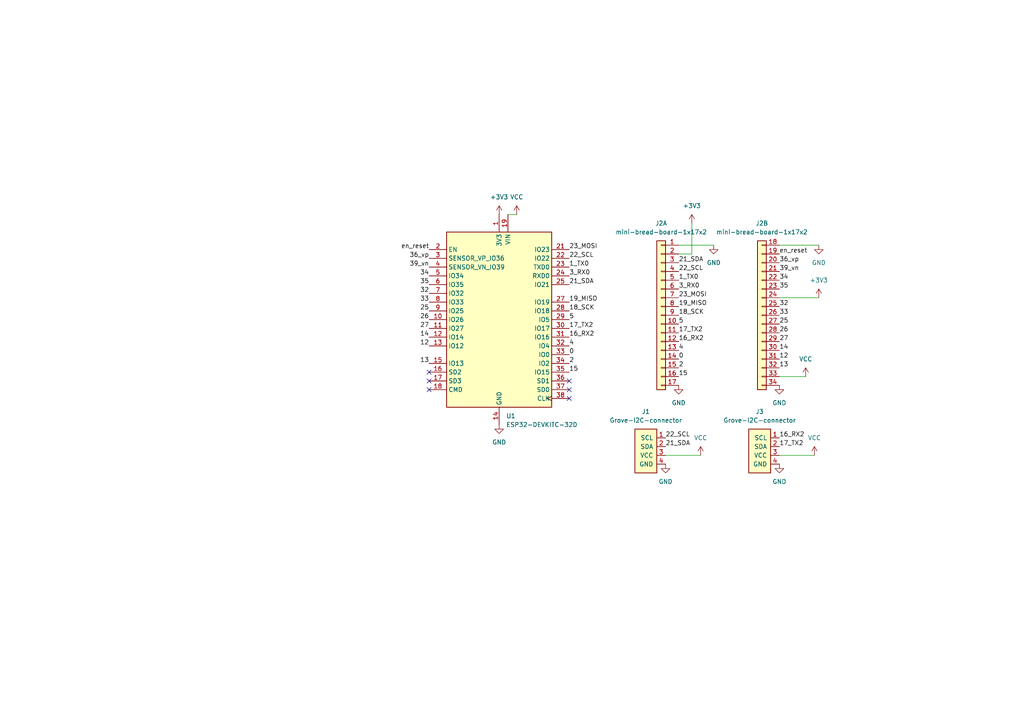
<source format=kicad_sch>
(kicad_sch (version 20211123) (generator eeschema)
  (paper "A4")
  (lib_symbols
    (symbol "asukiaaa-kicad-symbols:ESP32-DEVKITC-32D"
      (property "Reference" "U" (at 12.7 26.67 0))
      (property "Value" "ESP32-DEVKITC-32D" (at 5.08 -27.94 0))
      (symbol "ESP32-DEVKITC-32D_0_0"
        (rectangle (start -15.24 25.4) (end 15.24 -25.4) (stroke (width 0.254)) (fill (type background)))
        (pin power_in line (at 0 30.48 270) (length 5.08) (name "3V3") (number "1"))
        (pin bidirectional line (at -20.32 0 0) (length 5.08) (name "IO26") (number "10"))
        (pin bidirectional line (at -20.32 -2.54 0) (length 5.08) (name "IO27") (number "11"))
        (pin bidirectional line (at -20.32 -5.08 0) (length 5.08) (name "IO14") (number "12"))
        (pin bidirectional line (at -20.32 -7.62 0) (length 5.08) (name "IO12") (number "13"))
        (pin power_in line (at 0 -30.48 90) (length 5.08) (name "GND") (number "14"))
        (pin bidirectional line (at -20.32 -12.7 0) (length 5.08) (name "IO13") (number "15"))
        (pin bidirectional line (at -20.32 -15.24 0) (length 5.08) (name "SD2") (number "16"))
        (pin bidirectional line (at -20.32 -17.78 0) (length 5.08) (name "SD3") (number "17"))
        (pin bidirectional line (at -20.32 -20.32 0) (length 5.08) (name "CMD") (number "18"))
        (pin power_in line (at 2.54 30.48 270) (length 5.08) (name "VIN") (number "19"))
        (pin input line (at -20.32 20.32 0) (length 5.08) (name "EN") (number "2"))
        (pin passive line (at 0 -30.48 90) (length 5.08) hide (name "GND") (number "20"))
        (pin bidirectional line (at 20.32 20.32 180) (length 5.08) (name "IO23") (number "21"))
        (pin bidirectional line (at 20.32 17.78 180) (length 5.08) (name "IO22") (number "22"))
        (pin output line (at 20.32 15.24 180) (length 5.08) (name "TXD0") (number "23"))
        (pin input line (at 20.32 12.7 180) (length 5.08) (name "RXD0") (number "24"))
        (pin bidirectional line (at 20.32 10.16 180) (length 5.08) (name "IO21") (number "25"))
        (pin passive line (at 0 -30.48 90) (length 5.08) hide (name "GND") (number "26"))
        (pin bidirectional line (at 20.32 5.08 180) (length 5.08) (name "IO19") (number "27"))
        (pin bidirectional line (at 20.32 2.54 180) (length 5.08) (name "IO18") (number "28"))
        (pin bidirectional line (at 20.32 0 180) (length 5.08) (name "IO5") (number "29"))
        (pin input line (at -20.32 17.78 0) (length 5.08) (name "SENSOR_VP_IO36") (number "3"))
        (pin bidirectional line (at 20.32 -2.54 180) (length 5.08) (name "IO17") (number "30"))
        (pin bidirectional line (at 20.32 -5.08 180) (length 5.08) (name "IO16") (number "31"))
        (pin bidirectional line (at 20.32 -7.62 180) (length 5.08) (name "IO4") (number "32"))
        (pin bidirectional line (at 20.32 -10.16 180) (length 5.08) (name "IO0") (number "33"))
        (pin bidirectional line (at 20.32 -12.7 180) (length 5.08) (name "IO2") (number "34"))
        (pin bidirectional line (at 20.32 -15.24 180) (length 5.08) (name "IO15") (number "35"))
        (pin bidirectional line (at 20.32 -17.78 180) (length 5.08) (name "SD1") (number "36"))
        (pin bidirectional line (at 20.32 -20.32 180) (length 5.08) (name "SD0") (number "37"))
        (pin input clock (at 20.32 -22.86 180) (length 5.08) (name "CLK") (number "38"))
        (pin input line (at -20.32 15.24 0) (length 5.08) (name "SENSOR_VN_IO39") (number "4"))
        (pin bidirectional line (at -20.32 12.7 0) (length 5.08) (name "IO34") (number "5"))
        (pin bidirectional line (at -20.32 10.16 0) (length 5.08) (name "IO35") (number "6"))
        (pin bidirectional line (at -20.32 7.62 0) (length 5.08) (name "IO32") (number "7"))
        (pin bidirectional line (at -20.32 5.08 0) (length 5.08) (name "IO33") (number "8"))
        (pin bidirectional line (at -20.32 2.54 0) (length 5.08) (name "IO25") (number "9"))
      )
    )
    (symbol "asukiaaa-kicad-symbols:Grove-I2C-connector" (pin_names (offset 1.016))
      (property "Reference" "J" (at 1.27 -7.62 0))
      (property "Value" "Grove-I2C-connector" (at 1.27 7.62 0))
      (symbol "Grove-I2C-connector_0_1"
        (rectangle (start -2.54 6.35) (end 3.81 -6.35) (stroke (width 0.254)) (fill (type background)))
      )
      (symbol "Grove-I2C-connector_1_1"
        (pin input line (at 6.35 3.81 180) (length 2.54) (name "SCL") (number "1"))
        (pin input line (at 6.35 1.27 180) (length 2.54) (name "SDA") (number "2"))
        (pin power_in line (at 6.35 -1.27 180) (length 2.54) (name "VCC") (number "3"))
        (pin power_in line (at 6.35 -3.81 180) (length 2.54) (name "GND") (number "4"))
      )
    )
    (symbol "asukiaaa-kicad-symbols:mini-bread-board-1x17x2" (pin_names hide)
      (property "Reference" "J" (at 0 26.67 0))
      (property "Value" "mini-bread-board-1x17x2" (at 0 24.13 0))
      (symbol "mini-bread-board-1x17x2_1_1"
        (rectangle (start -1.27 -20.193) (end 0 -20.447) (stroke (width 0.1524)))
        (rectangle (start -1.27 -17.653) (end 0 -17.907) (stroke (width 0.1524)))
        (rectangle (start -1.27 -15.113) (end 0 -15.367) (stroke (width 0.1524)))
        (rectangle (start -1.27 -12.573) (end 0 -12.827) (stroke (width 0.1524)))
        (rectangle (start -1.27 -10.033) (end 0 -10.287) (stroke (width 0.1524)))
        (rectangle (start -1.27 -7.493) (end 0 -7.747) (stroke (width 0.1524)))
        (rectangle (start -1.27 -4.953) (end 0 -5.207) (stroke (width 0.1524)))
        (rectangle (start -1.27 -2.413) (end 0 -2.667) (stroke (width 0.1524)))
        (rectangle (start -1.27 0.127) (end 0 -0.127) (stroke (width 0.1524)))
        (rectangle (start -1.27 2.667) (end 0 2.413) (stroke (width 0.1524)))
        (rectangle (start -1.27 5.207) (end 0 4.953) (stroke (width 0.1524)))
        (rectangle (start -1.27 7.747) (end 0 7.493) (stroke (width 0.1524)))
        (rectangle (start -1.27 10.287) (end 0 10.033) (stroke (width 0.1524)))
        (rectangle (start -1.27 12.827) (end 0 12.573) (stroke (width 0.1524)))
        (rectangle (start -1.27 15.367) (end 0 15.113) (stroke (width 0.1524)))
        (rectangle (start -1.27 17.907) (end 0 17.653) (stroke (width 0.1524)))
        (rectangle (start -1.27 20.447) (end 0 20.193) (stroke (width 0.1524)))
        (rectangle (start -1.27 21.59) (end 1.27 -21.59) (stroke (width 0.254)) (fill (type background)))
        (pin passive line (at -5.08 20.32 0) (length 3.81) (name "Pin_18") (number "1"))
        (pin passive line (at -5.08 -2.54 0) (length 3.81) (name "Pin_27") (number "10"))
        (pin passive line (at -5.08 -5.08 0) (length 3.81) (name "Pin_28") (number "11"))
        (pin passive line (at -5.08 -7.62 0) (length 3.81) (name "Pin_29") (number "12"))
        (pin passive line (at -5.08 -10.16 0) (length 3.81) (name "Pin_30") (number "13"))
        (pin passive line (at -5.08 -12.7 0) (length 3.81) (name "Pin_31") (number "14"))
        (pin passive line (at -5.08 -15.24 0) (length 3.81) (name "Pin_32") (number "15"))
        (pin passive line (at -5.08 -17.78 0) (length 3.81) (name "Pin_33") (number "16"))
        (pin passive line (at -5.08 -20.32 0) (length 3.81) (name "Pin_34") (number "17"))
        (pin passive line (at -5.08 17.78 0) (length 3.81) (name "Pin_19") (number "2"))
        (pin passive line (at -5.08 15.24 0) (length 3.81) (name "Pin_20") (number "3"))
        (pin passive line (at -5.08 12.7 0) (length 3.81) (name "Pin_21") (number "4"))
        (pin passive line (at -5.08 10.16 0) (length 3.81) (name "Pin_22") (number "5"))
        (pin passive line (at -5.08 7.62 0) (length 3.81) (name "Pin_23") (number "6"))
        (pin passive line (at -5.08 5.08 0) (length 3.81) (name "Pin_24") (number "7"))
        (pin passive line (at -5.08 2.54 0) (length 3.81) (name "Pin_25") (number "8"))
        (pin passive line (at -5.08 0 0) (length 3.81) (name "Pin_26") (number "9"))
      )
      (symbol "mini-bread-board-1x17x2_2_1"
        (rectangle (start 0 -20.193) (end -1.27 -20.447) (stroke (width 0.1524)))
        (rectangle (start 0 -17.653) (end -1.27 -17.907) (stroke (width 0.1524)))
        (rectangle (start 0 -15.113) (end -1.27 -15.367) (stroke (width 0.1524)))
        (rectangle (start 0 -12.573) (end -1.27 -12.827) (stroke (width 0.1524)))
        (rectangle (start 0 -10.033) (end -1.27 -10.287) (stroke (width 0.1524)))
        (rectangle (start 0 -7.493) (end -1.27 -7.747) (stroke (width 0.1524)))
        (rectangle (start 0 -4.953) (end -1.27 -5.207) (stroke (width 0.1524)))
        (rectangle (start 0 -2.413) (end -1.27 -2.667) (stroke (width 0.1524)))
        (rectangle (start 0 0.127) (end -1.27 -0.127) (stroke (width 0.1524)))
        (rectangle (start 0 2.667) (end -1.27 2.413) (stroke (width 0.1524)))
        (rectangle (start 0 5.207) (end -1.27 4.953) (stroke (width 0.1524)))
        (rectangle (start 0 7.747) (end -1.27 7.493) (stroke (width 0.1524)))
        (rectangle (start 0 10.287) (end -1.27 10.033) (stroke (width 0.1524)))
        (rectangle (start 0 12.827) (end -1.27 12.573) (stroke (width 0.1524)))
        (rectangle (start 0 15.367) (end -1.27 15.113) (stroke (width 0.1524)))
        (rectangle (start 0 17.907) (end -1.27 17.653) (stroke (width 0.1524)))
        (rectangle (start 0 20.447) (end -1.27 20.193) (stroke (width 0.1524)))
        (rectangle (start 1.27 21.59) (end -1.27 -21.59) (stroke (width 0.254)) (fill (type background)))
        (pin passive line (at -5.08 -20.32 0) (length 3.81) (name "Pin_18") (number "18"))
        (pin passive line (at -5.08 -17.78 0) (length 3.81) (name "Pin_19") (number "19"))
        (pin passive line (at -5.08 -15.24 0) (length 3.81) (name "Pin_20") (number "20"))
        (pin passive line (at -5.08 -12.7 0) (length 3.81) (name "Pin_21") (number "21"))
        (pin passive line (at -5.08 -10.16 0) (length 3.81) (name "Pin_22") (number "22"))
        (pin passive line (at -5.08 -7.62 0) (length 3.81) (name "Pin_23") (number "23"))
        (pin passive line (at -5.08 -5.08 0) (length 3.81) (name "Pin_24") (number "24"))
        (pin passive line (at -5.08 -2.54 0) (length 3.81) (name "Pin_25") (number "25"))
        (pin passive line (at -5.08 0 0) (length 3.81) (name "Pin_26") (number "26"))
        (pin passive line (at -5.08 2.54 0) (length 3.81) (name "Pin_27") (number "27"))
        (pin passive line (at -5.08 5.08 0) (length 3.81) (name "Pin_28") (number "28"))
        (pin passive line (at -5.08 7.62 0) (length 3.81) (name "Pin_29") (number "29"))
        (pin passive line (at -5.08 10.16 0) (length 3.81) (name "Pin_30") (number "30"))
        (pin passive line (at -5.08 12.7 0) (length 3.81) (name "Pin_31") (number "31"))
        (pin passive line (at -5.08 15.24 0) (length 3.81) (name "Pin_32") (number "32"))
        (pin passive line (at -5.08 17.78 0) (length 3.81) (name "Pin_33") (number "33"))
        (pin passive line (at -5.08 20.32 0) (length 3.81) (name "Pin_34") (number "34"))
      )
    )
    (symbol "power:+3V3" (power) (pin_names (offset 0))
      (property "Value" "+3V3" (at 0 3.556 0))
      (symbol "+3V3_0_1"
        (polyline (pts (xy -0.762 1.27) (xy 0 2.54)))
        (polyline (pts (xy 0 0) (xy 0 2.54)))
        (polyline (pts (xy 0 2.54) (xy 0.762 1.27)))
      )
      (symbol "+3V3_1_1"
        (pin power_in line (at 0 0 90) (length 0) hide (name "+3V3") (number "1"))
      )
    )
    (symbol "power:GND" (power) (pin_names (offset 0))
      (property "Value" "GND" (at 0 -3.81 0))
      (symbol "GND_0_1"
        (polyline (pts (xy 0 0) (xy 0 -1.27) (xy 1.27 -1.27) (xy 0 -2.54) (xy -1.27 -1.27) (xy 0 -1.27)))
      )
      (symbol "GND_1_1"
        (pin power_in line (at 0 0 270) (length 0) hide (name "GND") (number "1"))
      )
    )
    (symbol "power:VCC" (power) (pin_names (offset 0))
      (property "Value" "VCC" (at 0 3.81 0))
      (symbol "VCC_0_1"
        (polyline (pts (xy -0.762 1.27) (xy 0 2.54)))
        (polyline (pts (xy 0 0) (xy 0 2.54)))
        (polyline (pts (xy 0 2.54) (xy 0.762 1.27)))
      )
      (symbol "VCC_1_1"
        (pin power_in line (at 0 0 90) (length 0) hide (name "VCC") (number "1"))
      )
    )
  )
  (no_connect (at 165.1 115.57))
  (no_connect (at 124.46 110.49))
  (no_connect (at 165.1 110.49))
  (no_connect (at 165.1 113.03))
  (no_connect (at 124.46 113.03))
  (no_connect (at 124.46 107.95))
  (wire (pts (xy 200.66 73.66) (xy 196.85 73.66)))
  (wire (pts (xy 226.06 86.36) (xy 237.49 86.36)))
  (wire (pts (xy 147.32 62.23) (xy 149.86 62.23)))
  (wire (pts (xy 226.06 132.08) (xy 236.22 132.08)))
  (wire (pts (xy 196.85 71.12) (xy 207.01 71.12)))
  (wire (pts (xy 200.66 64.77) (xy 200.66 73.66)))
  (wire (pts (xy 226.06 71.12) (xy 237.49 71.12)))
  (wire (pts (xy 193.04 132.08) (xy 203.2 132.08)))
  (wire (pts (xy 226.06 109.22) (xy 233.68 109.22)))
  (label "23_MOSI" (at 165.1 72.39 0))
  (label "27" (at 226.06 99.06 0))
  (label "19_MISO" (at 196.85 88.9 0))
  (label "5" (at 165.1 92.71 0))
  (label "13" (at 226.06 106.68 0))
  (label "17_TX2" (at 196.85 96.52 0))
  (label "13" (at 124.46 105.41 180))
  (label "26" (at 226.06 96.52 0))
  (label "33" (at 124.46 87.63 180))
  (label "en_reset" (at 226.06 73.66 0))
  (label "12" (at 226.06 104.14 0))
  (label "1_TX0" (at 165.1 77.47 0))
  (label "4" (at 196.85 101.6 0))
  (label "2" (at 196.85 106.68 0))
  (label "0" (at 165.1 102.87 0))
  (label "22_SCL" (at 196.85 78.74 0))
  (label "14" (at 124.46 97.79 180))
  (label "35" (at 124.46 82.55 180))
  (label "25" (at 226.06 93.98 0))
  (label "15" (at 196.85 109.22 0))
  (label "35" (at 226.06 83.82 0))
  (label "1_TX0" (at 196.85 81.28 0))
  (label "16_RX2" (at 226.06 127 0))
  (label "21_SDA" (at 196.85 76.2 0))
  (label "17_TX2" (at 165.1 95.25 0))
  (label "18_SCK" (at 165.1 90.17 0))
  (label "32" (at 226.06 88.9 0))
  (label "21_SDA" (at 165.1 82.55 0))
  (label "39_vn" (at 226.06 78.74 0))
  (label "23_MOSI" (at 196.85 86.36 0))
  (label "15" (at 165.1 107.95 0))
  (label "33" (at 226.06 91.44 0))
  (label "36_vp" (at 124.46 74.93 180))
  (label "36_vp" (at 226.06 76.2 0))
  (label "en_reset" (at 124.46 72.39 180))
  (label "22_SCL" (at 165.1 74.93 0))
  (label "0" (at 196.85 104.14 0))
  (label "5" (at 196.85 93.98 0))
  (label "14" (at 226.06 101.6 0))
  (label "12" (at 124.46 100.33 180))
  (label "26" (at 124.46 92.71 180))
  (label "32" (at 124.46 85.09 180))
  (label "19_MISO" (at 165.1 87.63 0))
  (label "4" (at 165.1 100.33 0))
  (label "27" (at 124.46 95.25 180))
  (label "34" (at 124.46 80.01 180))
  (label "3_RX0" (at 196.85 83.82 0))
  (label "21_SDA" (at 193.04 129.54 0))
  (label "18_SCK" (at 196.85 91.44 0))
  (label "16_RX2" (at 165.1 97.79 0))
  (label "34" (at 226.06 81.28 0))
  (label "3_RX0" (at 165.1 80.01 0))
  (label "25" (at 124.46 90.17 180))
  (label "2" (at 165.1 105.41 0))
  (label "17_TX2" (at 226.06 129.54 0))
  (label "22_SCL" (at 193.04 127 0))
  (label "16_RX2" (at 196.85 99.06 0))
  (label "39_vn" (at 124.46 77.47 180))
  (symbol (lib_id "power:GND") (at 226.06 134.62 0) (unit 1)
    (property "Reference" "#PWR0114" (effects hide))
    (property "Value" "GND" (at 226.06 139.7 0))
  )
  (symbol (lib_id "power:+3V3") (at 144.78 62.23 0) (unit 1)
    (property "Reference" "#PWR0103" (effects hide))
    (property "Value" "+3V3" (at 144.78 57.15 0))
  )
  (symbol (lib_id "power:GND") (at 193.04 134.62 0) (unit 1)
    (property "Reference" "#PWR0108" (effects hide))
    (property "Value" "GND" (at 193.04 139.7 0))
  )
  (symbol (lib_id "power:GND") (at 237.49 71.12 0) (unit 1)
    (property "Reference" "#PWR0106" (effects hide))
    (property "Value" "GND" (at 237.49 76.2 0))
  )
  (symbol (lib_id "power:VCC") (at 203.2 132.08 0) (unit 1)
    (property "Reference" "#PWR0109" (effects hide))
    (property "Value" "VCC" (at 203.2 127 0))
  )
  (symbol (lib_id "power:+3V3") (at 200.66 64.77 0) (unit 1)
    (property "Reference" "#PWR0111" (effects hide))
    (property "Value" "+3V3" (at 200.66 59.69 0))
  )
  (symbol (lib_id "power:GND") (at 196.85 111.76 0) (unit 1)
    (property "Reference" "#PWR0107" (effects hide))
    (property "Value" "GND" (at 196.85 116.84 0))
  )
  (symbol (lib_id "power:VCC") (at 233.68 109.22 0) (unit 1)
    (property "Reference" "#PWR0104" (effects hide))
    (property "Value" "VCC" (at 233.68 104.14 0))
  )
  (symbol (lib_id "asukiaaa-kicad-symbols:Grove-I2C-connector") (at 219.71 130.81 0) (unit 1)
    (property "Reference" "J3" (at 220.345 119.38 0))
    (property "Value" "Grove-I2C-connector" (at 220.345 121.92 0))
    (property "Footprint" "Connector:NS-Tech_Grove_1x04_P2mm_Vertical" (effects hide))
  )
  (symbol (lib_id "power:VCC") (at 236.22 132.08 0) (unit 1)
    (property "Reference" "#PWR0113" (effects hide))
    (property "Value" "VCC" (at 236.22 127 0))
  )
  (symbol (lib_id "asukiaaa-kicad-symbols:Grove-I2C-connector") (at 186.69 130.81 0) (unit 1)
    (property "Reference" "J1" (at 187.325 119.38 0))
    (property "Value" "Grove-I2C-connector" (at 187.325 121.92 0))
    (property "Footprint" "Connector:NS-Tech_Grove_1x04_P2mm_Vertical" (effects hide))
  )
  (symbol (lib_id "asukiaaa-kicad-symbols:ESP32-DEVKITC-32D") (at 144.78 92.71 0) (unit 1)
    (property "Reference" "U1" (at 146.7994 120.65 0) (effects (justify left)))
    (property "Value" "ESP32-DEVKITC-32D" (at 146.7994 123.19 0) (effects (justify left)))
    (property "Footprint" "asukiaaa-kicad-footprints:ESP32-DEVKITC-32D" (effects hide))
  )
  (symbol (lib_id "power:GND") (at 144.78 123.19 0) (unit 1)
    (property "Reference" "#PWR0101" (effects hide))
    (property "Value" "GND" (at 144.78 128.27 0))
  )
  (symbol (lib_id "power:VCC") (at 149.86 62.23 0) (unit 1)
    (property "Reference" "#PWR0102" (effects hide))
    (property "Value" "VCC" (at 149.86 57.15 0))
  )
  (symbol (lib_id "asukiaaa-kicad-symbols:mini-bread-board-1x17x2") (at 220.98 91.44 180) (unit 2)
    (property "Reference" "J2" (at 220.98 64.77 0))
    (property "Value" "mini-bread-board-1x17x2" (at 220.98 67.31 0))
    (property "Footprint" "asukiaaa-kicad-footprints:mini-bread-board-1x17x2" (effects hide))
  )
  (symbol (lib_id "power:+3V3") (at 237.49 86.36 0) (unit 1)
    (property "Reference" "#PWR0112" (effects hide))
    (property "Value" "+3V3" (at 237.49 81.28 0))
  )
  (symbol (lib_id "power:GND") (at 207.01 71.12 0) (unit 1)
    (property "Reference" "#PWR0110" (effects hide))
    (property "Value" "GND" (at 207.01 76.2 0))
  )
  (symbol (lib_id "power:GND") (at 226.06 111.76 0) (unit 1)
    (property "Reference" "#PWR0105" (effects hide))
    (property "Value" "GND" (at 226.06 116.84 0))
  )
  (symbol (lib_id "asukiaaa-kicad-symbols:mini-bread-board-1x17x2") (at 191.77 91.44 0) (mirror y) (unit 1)
    (property "Reference" "J2" (at 191.77 64.77 0))
    (property "Value" "mini-bread-board-1x17x2" (at 191.77 67.31 0))
    (property "Footprint" "asukiaaa-kicad-footprints:mini-bread-board-1x17x2" (effects hide))
  )
)
</source>
